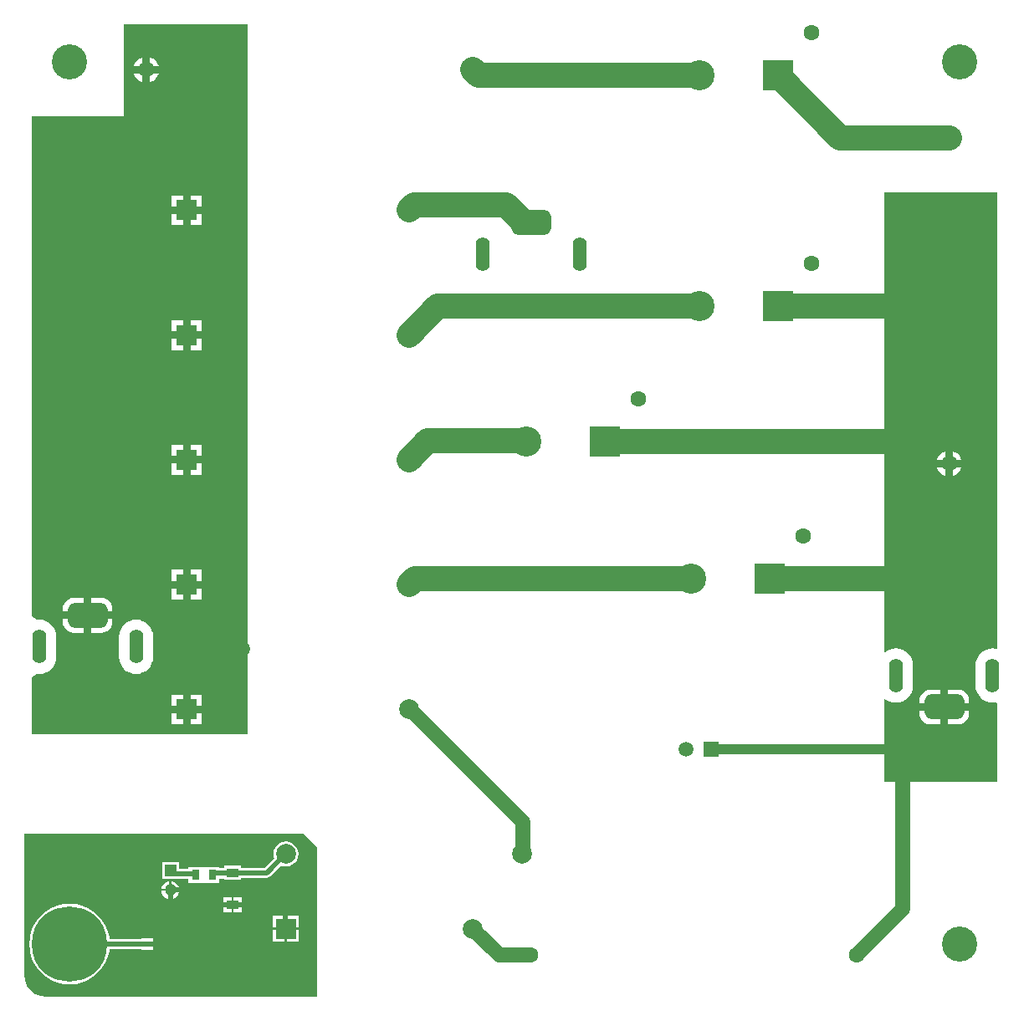
<source format=gtl>
G04*
G04 #@! TF.GenerationSoftware,Altium Limited,Altium Designer,20.0.13 (296)*
G04*
G04 Layer_Physical_Order=1*
G04 Layer_Color=255*
%FSLAX25Y25*%
%MOIN*%
G70*
G01*
G75*
%ADD12C,0.02000*%
%ADD13C,0.04000*%
%ADD16R,0.02756X0.03937*%
%ADD17R,0.04799X0.03598*%
%ADD26C,0.06299*%
%ADD28C,0.30000*%
%ADD34R,0.06000X0.12000*%
%ADD35R,0.06000X0.06000*%
%ADD36R,0.04000X0.02000*%
%ADD37R,0.02000X0.02000*%
%ADD38C,0.10000*%
%ADD39C,0.06000*%
%ADD40C,0.05906*%
%ADD41R,0.05906X0.05906*%
G04:AMPARAMS|DCode=42|XSize=157.48mil|YSize=98.43mil|CornerRadius=24.61mil|HoleSize=0mil|Usage=FLASHONLY|Rotation=0.000|XOffset=0mil|YOffset=0mil|HoleType=Round|Shape=RoundedRectangle|*
%AMROUNDEDRECTD42*
21,1,0.15748,0.04921,0,0,0.0*
21,1,0.10827,0.09843,0,0,0.0*
1,1,0.04921,0.05413,-0.02461*
1,1,0.04921,-0.05413,-0.02461*
1,1,0.04921,-0.05413,0.02461*
1,1,0.04921,0.05413,0.02461*
%
%ADD42ROUNDEDRECTD42*%
%ADD43O,0.05512X0.13583*%
%ADD44C,0.12000*%
%ADD45R,0.12000X0.12000*%
%ADD46C,0.14000*%
%ADD47C,0.07874*%
%ADD48R,0.07874X0.07874*%
%ADD49C,0.04724*%
%ADD50R,0.04724X0.04724*%
G36*
X389162Y140546D02*
X388760Y140248D01*
X388616Y140292D01*
X387291Y140422D01*
X385967Y140292D01*
X384694Y139906D01*
X383520Y139278D01*
X382491Y138434D01*
X381647Y137405D01*
X381019Y136232D01*
X380633Y134958D01*
X380503Y133634D01*
Y125563D01*
X380633Y124239D01*
X381019Y122965D01*
X381647Y121792D01*
X382491Y120763D01*
X383520Y119919D01*
X384694Y119291D01*
X385967Y118905D01*
X387291Y118774D01*
X388616Y118905D01*
X388760Y118949D01*
X389162Y118651D01*
Y87000D01*
X351824D01*
X351480Y87034D01*
X351136Y87000D01*
X344000D01*
Y120103D01*
X344452Y120317D01*
X344937Y119919D01*
X346111Y119291D01*
X347384Y118905D01*
X348709Y118774D01*
X350033Y118905D01*
X351307Y119291D01*
X352480Y119919D01*
X353509Y120763D01*
X354353Y121792D01*
X354980Y122965D01*
X355367Y124239D01*
X355497Y125563D01*
Y133634D01*
X355367Y134958D01*
X354980Y136232D01*
X354353Y137405D01*
X353509Y138434D01*
X352480Y139278D01*
X351307Y139906D01*
X350033Y140292D01*
X348709Y140422D01*
X347384Y140292D01*
X346111Y139906D01*
X344937Y139278D01*
X344452Y138880D01*
X344000Y139094D01*
Y186600D01*
Y322000D01*
X389162D01*
Y140546D01*
D02*
G37*
G36*
X90500Y106000D02*
X4539Y106000D01*
Y128688D01*
X5390Y129574D01*
X6539Y130262D01*
X7417Y130176D01*
X8742Y130306D01*
X10015Y130693D01*
X11189Y131320D01*
X12218Y132164D01*
X13062Y133193D01*
X13689Y134367D01*
X14075Y135640D01*
X14206Y136965D01*
Y145035D01*
X14075Y146360D01*
X13689Y147633D01*
X13062Y148807D01*
X12218Y149836D01*
X11189Y150680D01*
X10015Y151307D01*
X8742Y151694D01*
X7417Y151824D01*
X6539Y151737D01*
X5390Y152426D01*
X4539Y153312D01*
Y352500D01*
X41000Y352500D01*
Y389162D01*
X90500D01*
X90500Y106000D01*
D02*
G37*
G36*
X118000Y61000D02*
Y1529D01*
X10000D01*
X9932Y1516D01*
X8343Y1672D01*
X6751Y2155D01*
X5283Y2940D01*
X3996Y3996D01*
X2940Y5283D01*
X2155Y6751D01*
X1672Y8343D01*
X1516Y9932D01*
X1529Y10000D01*
Y66500D01*
X112500D01*
X118000Y61000D01*
D02*
G37*
%LPC*%
G36*
X371500Y218953D02*
Y215500D01*
X374953D01*
X374498Y216597D01*
X373673Y217673D01*
X372597Y218498D01*
X371500Y218953D01*
D02*
G37*
G36*
X368500D02*
X367403Y218498D01*
X366327Y217673D01*
X365502Y216597D01*
X365047Y215500D01*
X368500D01*
Y218953D01*
D02*
G37*
G36*
X374953Y212500D02*
X371500D01*
Y209047D01*
X372597Y209502D01*
X373673Y210327D01*
X374498Y211403D01*
X374953Y212500D01*
D02*
G37*
G36*
X368500D02*
X365047D01*
X365502Y211403D01*
X366327Y210327D01*
X367403Y209502D01*
X368500Y209047D01*
Y212500D01*
D02*
G37*
G36*
X373413Y123960D02*
X369500D01*
Y118500D01*
X377912D01*
Y119461D01*
X377759Y120625D01*
X377310Y121710D01*
X376595Y122642D01*
X375663Y123357D01*
X374578Y123806D01*
X373413Y123960D01*
D02*
G37*
G36*
X366500D02*
X362587D01*
X361422Y123806D01*
X360337Y123357D01*
X359405Y122642D01*
X358690Y121710D01*
X358241Y120625D01*
X358087Y119461D01*
Y118500D01*
X366500D01*
Y123960D01*
D02*
G37*
G36*
X377912Y115500D02*
X369500D01*
Y110040D01*
X373413D01*
X374578Y110194D01*
X375663Y110643D01*
X376595Y111358D01*
X377310Y112290D01*
X377759Y113375D01*
X377912Y114539D01*
Y115500D01*
D02*
G37*
G36*
X366500D02*
X358087D01*
Y114539D01*
X358241Y113375D01*
X358690Y112290D01*
X359405Y111358D01*
X360337Y110643D01*
X361422Y110194D01*
X362587Y110040D01*
X366500D01*
Y115500D01*
D02*
G37*
G36*
X51579Y375953D02*
Y372500D01*
X55031D01*
X54577Y373597D01*
X53751Y374673D01*
X52676Y375498D01*
X51579Y375953D01*
D02*
G37*
G36*
X48579D02*
X47482Y375498D01*
X46406Y374673D01*
X45581Y373597D01*
X45126Y372500D01*
X48579D01*
Y375953D01*
D02*
G37*
G36*
X55031Y369500D02*
X51579D01*
Y366047D01*
X52676Y366502D01*
X53751Y367327D01*
X54577Y368403D01*
X55031Y369500D01*
D02*
G37*
G36*
X48579D02*
X45126D01*
X45581Y368403D01*
X46406Y367327D01*
X47482Y366502D01*
X48579Y366047D01*
Y369500D01*
D02*
G37*
G36*
X72146Y320937D02*
X67709D01*
Y316500D01*
X72146D01*
Y320937D01*
D02*
G37*
G36*
X64709D02*
X60272D01*
Y316500D01*
X64709D01*
Y320937D01*
D02*
G37*
G36*
X72146Y313500D02*
X67709D01*
Y309063D01*
X72146D01*
Y313500D01*
D02*
G37*
G36*
X64709D02*
X60272D01*
Y309063D01*
X64709D01*
Y313500D01*
D02*
G37*
G36*
X72146Y271187D02*
X67709D01*
Y266750D01*
X72146D01*
Y271187D01*
D02*
G37*
G36*
X64709D02*
X60272D01*
Y266750D01*
X64709D01*
Y271187D01*
D02*
G37*
G36*
X72146Y263750D02*
X67709D01*
Y259313D01*
X72146D01*
Y263750D01*
D02*
G37*
G36*
X64709D02*
X60272D01*
Y259313D01*
X64709D01*
Y263750D01*
D02*
G37*
G36*
X72146Y221437D02*
X67709D01*
Y217000D01*
X72146D01*
Y221437D01*
D02*
G37*
G36*
X64709D02*
X60272D01*
Y217000D01*
X64709D01*
Y221437D01*
D02*
G37*
G36*
X72146Y214000D02*
X67709D01*
Y209563D01*
X72146D01*
Y214000D01*
D02*
G37*
G36*
X64709D02*
X60272D01*
Y209563D01*
X64709D01*
Y214000D01*
D02*
G37*
G36*
X72146Y171687D02*
X67709D01*
Y167250D01*
X72146D01*
Y171687D01*
D02*
G37*
G36*
X64709D02*
X60272D01*
Y167250D01*
X64709D01*
Y171687D01*
D02*
G37*
G36*
X72146Y164250D02*
X67709D01*
Y159813D01*
X72146D01*
Y164250D01*
D02*
G37*
G36*
X64709D02*
X60272D01*
Y159813D01*
X64709D01*
Y164250D01*
D02*
G37*
G36*
X32122Y160558D02*
X28209D01*
Y155098D01*
X36621D01*
Y156059D01*
X36468Y157223D01*
X36018Y158309D01*
X35303Y159240D01*
X34372Y159955D01*
X33286Y160405D01*
X32122Y160558D01*
D02*
G37*
G36*
X25209D02*
X21295D01*
X20131Y160405D01*
X19046Y159955D01*
X18114Y159240D01*
X17399Y158309D01*
X16950Y157223D01*
X16796Y156059D01*
Y155098D01*
X25209D01*
Y160558D01*
D02*
G37*
G36*
X36621Y152098D02*
X28209D01*
Y146639D01*
X32122D01*
X33286Y146792D01*
X34372Y147241D01*
X35303Y147956D01*
X36018Y148888D01*
X36468Y149973D01*
X36621Y151138D01*
Y152098D01*
D02*
G37*
G36*
X25209D02*
X16796D01*
Y151138D01*
X16950Y149973D01*
X17399Y148888D01*
X18114Y147956D01*
X19046Y147241D01*
X20131Y146792D01*
X21295Y146639D01*
X25209D01*
Y152098D01*
D02*
G37*
G36*
X46000Y151824D02*
X44676Y151694D01*
X43402Y151307D01*
X42228Y150680D01*
X41200Y149836D01*
X40356Y148807D01*
X39728Y147633D01*
X39342Y146360D01*
X39211Y145035D01*
Y136965D01*
X39342Y135640D01*
X39728Y134367D01*
X40356Y133193D01*
X41200Y132164D01*
X42228Y131320D01*
X43402Y130693D01*
X44676Y130306D01*
X46000Y130176D01*
X47324Y130306D01*
X48598Y130693D01*
X49771Y131320D01*
X50800Y132164D01*
X51644Y133193D01*
X52272Y134367D01*
X52658Y135640D01*
X52789Y136965D01*
Y145035D01*
X52658Y146360D01*
X52272Y147633D01*
X51644Y148807D01*
X50800Y149836D01*
X49771Y150680D01*
X48598Y151307D01*
X47324Y151694D01*
X46000Y151824D01*
D02*
G37*
G36*
X72146Y121937D02*
X67709D01*
Y117500D01*
X72146D01*
Y121937D01*
D02*
G37*
G36*
X64709D02*
X60272D01*
Y117500D01*
X64709D01*
Y121937D01*
D02*
G37*
G36*
X72146Y114500D02*
X67709D01*
Y110063D01*
X72146D01*
Y114500D01*
D02*
G37*
G36*
X64709D02*
X60272D01*
Y110063D01*
X64709D01*
Y114500D01*
D02*
G37*
G36*
X105693Y63362D02*
X104404Y63192D01*
X103203Y62694D01*
X102172Y61903D01*
X101380Y60872D01*
X100883Y59671D01*
X100713Y58382D01*
X100883Y57093D01*
X100989Y56837D01*
X97142Y52989D01*
X87900D01*
Y53749D01*
X81100D01*
Y52717D01*
X79102D01*
Y53150D01*
X66898D01*
Y52445D01*
X63028D01*
Y55299D01*
X56303D01*
Y48575D01*
X60337D01*
X60417Y48522D01*
X61197Y48366D01*
X66898D01*
Y46850D01*
X79102D01*
Y48639D01*
X81100D01*
Y48151D01*
X87900D01*
Y48911D01*
X97986D01*
X98767Y49066D01*
X99428Y49508D01*
X103759Y53839D01*
X104404Y53572D01*
X105693Y53402D01*
X106982Y53572D01*
X108183Y54069D01*
X109214Y54861D01*
X110005Y55892D01*
X110503Y57093D01*
X110672Y58382D01*
X110503Y59671D01*
X110005Y60872D01*
X109214Y61903D01*
X108183Y62694D01*
X106982Y63192D01*
X105693Y63362D01*
D02*
G37*
G36*
X60065Y47603D02*
Y44463D01*
X63206D01*
X63136Y44993D01*
X62777Y45860D01*
X62206Y46604D01*
X61462Y47175D01*
X60595Y47534D01*
X60065Y47603D01*
D02*
G37*
G36*
X59265D02*
X58735Y47534D01*
X57869Y47175D01*
X57125Y46604D01*
X56554Y45860D01*
X56195Y44993D01*
X56125Y44463D01*
X59265D01*
Y47603D01*
D02*
G37*
G36*
X63206Y43663D02*
X60065D01*
Y40523D01*
X60595Y40593D01*
X61462Y40951D01*
X62206Y41522D01*
X62777Y42266D01*
X63136Y43133D01*
X63206Y43663D01*
D02*
G37*
G36*
X59265D02*
X56125D01*
X56195Y43133D01*
X56554Y42266D01*
X57125Y41522D01*
X57869Y40951D01*
X58735Y40593D01*
X59265Y40523D01*
Y43663D01*
D02*
G37*
G36*
X88100Y41049D02*
X84900D01*
Y38450D01*
X88100D01*
Y41049D01*
D02*
G37*
G36*
X84100D02*
X80900D01*
Y38450D01*
X84100D01*
Y41049D01*
D02*
G37*
G36*
X88100Y37650D02*
X84900D01*
Y35051D01*
X88100D01*
Y37650D01*
D02*
G37*
G36*
X84100D02*
X80900D01*
Y35051D01*
X84100D01*
Y37650D01*
D02*
G37*
G36*
X110830Y33755D02*
X106093D01*
Y29018D01*
X110830D01*
Y33755D01*
D02*
G37*
G36*
X105293D02*
X100556D01*
Y29018D01*
X105293D01*
Y33755D01*
D02*
G37*
G36*
X110830Y28218D02*
X106093D01*
Y23481D01*
X110830D01*
Y28218D01*
D02*
G37*
G36*
X105293D02*
X100556D01*
Y23481D01*
X105293D01*
Y28218D01*
D02*
G37*
G36*
X19500Y38550D02*
X16989Y38352D01*
X14540Y37764D01*
X12214Y36800D01*
X10066Y35484D01*
X8151Y33849D01*
X6516Y31934D01*
X5200Y29786D01*
X4236Y27460D01*
X3648Y25011D01*
X3450Y22500D01*
X3648Y19989D01*
X4236Y17540D01*
X5200Y15214D01*
X6516Y13066D01*
X8151Y11151D01*
X10066Y9516D01*
X12214Y8200D01*
X14540Y7236D01*
X16989Y6648D01*
X19500Y6451D01*
X22011Y6648D01*
X24460Y7236D01*
X26786Y8200D01*
X28934Y9516D01*
X30849Y11151D01*
X32484Y13066D01*
X33800Y15214D01*
X34764Y17540D01*
X35352Y19989D01*
X35389Y20461D01*
X47000D01*
X47197Y20500D01*
X48300D01*
Y20300D01*
X52700D01*
Y24700D01*
X48300D01*
Y24500D01*
X47197D01*
X47000Y24539D01*
X35389D01*
X35352Y25011D01*
X34764Y27460D01*
X33800Y29786D01*
X32484Y31934D01*
X30849Y33849D01*
X28934Y35484D01*
X26786Y36800D01*
X24460Y37764D01*
X22011Y38352D01*
X19500Y38550D01*
D02*
G37*
%LPD*%
D12*
X84500Y38050D02*
X101698D01*
X105365Y28947D02*
X105693Y28618D01*
X105365Y28947D02*
Y34383D01*
X101698Y38050D02*
X105365Y34383D01*
X50500Y22500D02*
X56000D01*
X19500D02*
X47000D01*
X56000D02*
X59665Y26165D01*
Y44063D01*
X66752D01*
X72765Y38050D02*
X84500D01*
X66752Y44063D02*
X72765Y38050D01*
X84500Y50950D02*
X97986D01*
X105800Y58764D01*
X76693Y50406D02*
X76965Y50678D01*
X84228D01*
X84500Y50950D01*
X59665Y51937D02*
X61197Y50406D01*
X70000D01*
D13*
X351480Y100000D02*
X352480Y101000D01*
X275000Y100000D02*
X351480D01*
D16*
X76346Y50000D02*
D03*
X69653D02*
D03*
D17*
X84500Y50950D02*
D03*
Y38050D02*
D03*
D26*
X315272Y385784D02*
D03*
Y293783D02*
D03*
X311961Y185126D02*
D03*
X246272Y239784D02*
D03*
X333000Y18000D02*
D03*
X203079D02*
D03*
X370000Y214000D02*
D03*
Y343921D02*
D03*
X180000Y371000D02*
D03*
X50079D02*
D03*
D28*
X19500Y22500D02*
D03*
D34*
X351480Y86000D02*
D03*
D35*
Y78000D02*
D03*
D36*
X48000Y22500D02*
D03*
D37*
X50500D02*
D03*
D38*
X232682Y222657D02*
X232682Y222657D01*
X355918D01*
X154791Y215500D02*
X162291Y223000D01*
X200969D02*
X201311Y222657D01*
X162291Y223000D02*
X200969D01*
X182343Y368657D02*
X270311D01*
X180000Y371000D02*
X182343Y368657D01*
X301689D02*
X326425Y343921D01*
X370000D01*
X154791Y315000D02*
X156791Y317000D01*
X193587D01*
X200587Y310000D02*
X203383D01*
X193587Y317000D02*
X200587Y310000D01*
X360343Y276658D02*
X361000Y276000D01*
X301689Y276658D02*
X360343D01*
X356000Y168000D02*
X359000Y171000D01*
X298378Y168000D02*
X356000D01*
X157041D02*
X267000D01*
X154791Y165750D02*
X157041Y168000D01*
X166199Y276658D02*
X270311D01*
X154791Y265250D02*
X166199Y276658D01*
D39*
X351480Y36480D02*
Y80000D01*
X333000Y18000D02*
X351480Y36480D01*
X180102Y28618D02*
X190720Y18000D01*
X203079D01*
X155191Y116000D02*
X155191D01*
X200052Y58764D02*
Y71139D01*
X155191Y116000D02*
X200052Y71139D01*
X85400Y143000D02*
X88400Y140000D01*
D40*
X265000Y100000D02*
D03*
D41*
X275000D02*
D03*
D42*
X203383Y310000D02*
D03*
X26709Y153598D02*
D03*
X368000Y117000D02*
D03*
D43*
X184091Y297402D02*
D03*
X222674D02*
D03*
X7417Y141000D02*
D03*
X46000D02*
D03*
X387291Y129598D02*
D03*
X348709D02*
D03*
D44*
X270311Y368657D02*
D03*
Y276658D02*
D03*
X267000Y168000D02*
D03*
X201311Y222657D02*
D03*
D45*
X301689Y368657D02*
D03*
Y276658D02*
D03*
X298378Y168000D02*
D03*
X232689Y222657D02*
D03*
D46*
X374000Y22500D02*
D03*
Y374000D02*
D03*
X19500D02*
D03*
D47*
X199945Y58382D02*
D03*
X180102Y28618D02*
D03*
X105693Y58382D02*
D03*
X154791Y265250D02*
D03*
Y165750D02*
D03*
Y215500D02*
D03*
Y315000D02*
D03*
Y116000D02*
D03*
D48*
X105693Y28618D02*
D03*
X66209Y265250D02*
D03*
Y165750D02*
D03*
Y215500D02*
D03*
Y315000D02*
D03*
Y116000D02*
D03*
D49*
X59665Y44063D02*
D03*
D50*
Y51937D02*
D03*
M02*

</source>
